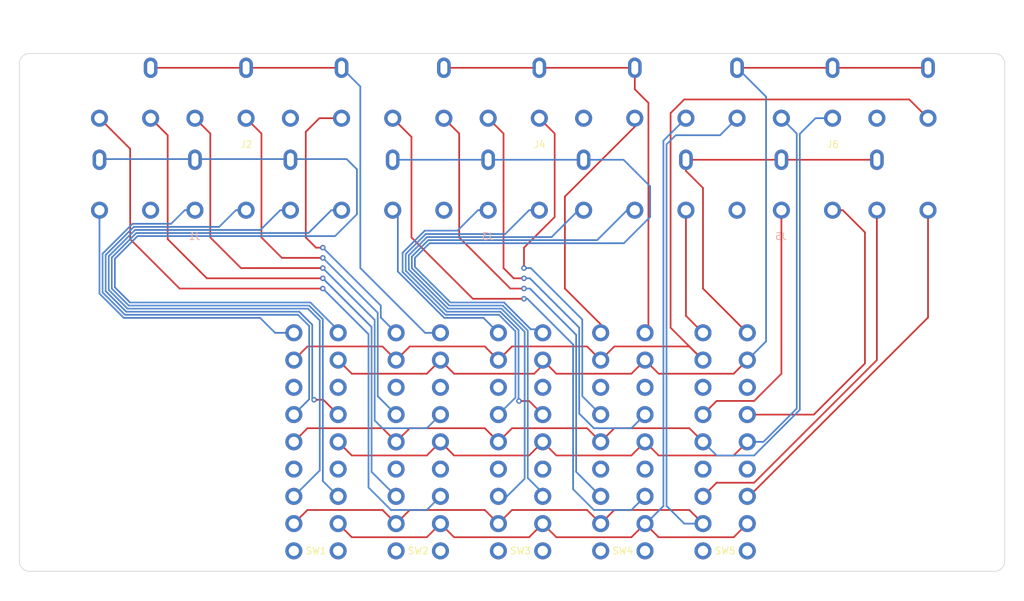
<source format=kicad_pcb>
(kicad_pcb (version 20211014) (generator pcbnew)
  (layers (0 "F.Cu" signal) (31 "B.Cu" signal) (34 "B.Paste" user) (35 "F.Paste" user) (36 "B.SilkS" user "B.Silkscreen") (37 "F.SilkS" user "F.Silkscreen") (38 "B.Mask" user) (39 "F.Mask" user) (44 "Edge.Cuts" user))
  (net 0 "")
  (net 1 "/Y_1")
  (net 2 "/Pb_1")
  (net 3 "/Pr_1")
  (net 4 "/L_1")
  (net 5 "/R_1")
  (net 7 "/GND_1")
  (net 8 "/Y_2")
  (net 9 "/Pb_2")
  (net 10 "/Pr_2")
  (net 11 "/L_2")
  (net 12 "/R_2")
  (net 14 "/GND_2")
  (net 15 "/Y_3")
  (net 16 "/Pb_3")
  (net 17 "/Pr_3")
  (net 18 "/L_3")
  (net 19 "/R_3")
  (net 21 "/GND_3")
  (net 22 "/Y_4")
  (net 23 "/Pb_4")
  (net 24 "/Pr_4")
  (net 25 "/L_4")
  (net 26 "/R_4")
  (net 28 "/GND_4")
  (net 29 "/Y_5")
  (net 30 "/Pb_5")
  (net 31 "/Pr_5")
  (net 32 "/L_5")
  (net 33 "/R_5")
  (net 35 "/GND_5")
  (net 36 "/Y_out")
  (net 37 "/Pb_out")
  (net 38 "/Pr_out")
  (net 39 "/L_out")
  (net 40 "/R_out")
  (net 42 "/GND_out")
  (footprint "User:SW_SPDT_3x2_REB" (layer "F.Cu") (at 93.75 138)
    (fp_text reference "SW3" (at 3.25 0 unlocked) (layer "F.SilkS"))
    (fp_text value "SW_SPDT_3x2_REB")
    (pad "1" thru_hole circle (at 0 0) (size 2.5 2.5) (drill 1.5) (layers *.Cu *.Mask))
    (pad "2" thru_hole circle (at 0 -4) (size 2.5 2.5) (drill 1.5) (layers *.Cu *.Mask) (net 36 "/Y_out"))
    (pad "3" thru_hole circle (at 0 -8) (size 2.5 2.5) (drill 1.5) (layers *.Cu *.Mask) (net 15 "/Y_3"))
    (pad "4" thru_hole circle (at 0 -12) (size 2.5 2.5) (drill 1.5) (layers *.Cu *.Mask))
    (pad "5" thru_hole circle (at 0 -16) (size 2.5 2.5) (drill 1.5) (layers *.Cu *.Mask) (net 37 "/Pb_out"))
    (pad "6" thru_hole circle (at 0 -20) (size 2.5 2.5) (drill 1.5) (layers *.Cu *.Mask) (net 16 "/Pb_3"))
    (pad "7" thru_hole circle (at 0 -24) (size 2.5 2.5) (drill 1.5) (layers *.Cu *.Mask))
    (pad "8" thru_hole circle (at 0 -28) (size 2.5 2.5) (drill 1.5) (layers *.Cu *.Mask) (net 38 "/Pr_out"))
    (pad "9" thru_hole circle (at 0 -32) (size 2.5 2.5) (drill 1.5) (layers *.Cu *.Mask) (net 17 "/Pr_3"))
    (pad "10" thru_hole circle (at 6.5 0) (size 2.5 2.5) (drill 1.5) (layers *.Cu *.Mask))
    (pad "11" thru_hole circle (at 6.5 -4) (size 2.5 2.5) (drill 1.5) (layers *.Cu *.Mask) (net 39 "/L_out"))
    (pad "12" thru_hole circle (at 6.5 -8) (size 2.5 2.5) (drill 1.5) (layers *.Cu *.Mask) (net 18 "/L_3"))
    (pad "13" thru_hole circle (at 6.5 -12) (size 2.5 2.5) (drill 1.5) (layers *.Cu *.Mask))
    (pad "14" thru_hole circle (at 6.5 -16) (size 2.5 2.5) (drill 1.5) (layers *.Cu *.Mask) (net 40 "/R_out"))
    (pad "15" thru_hole circle (at 6.5 -20) (size 2.5 2.5) (drill 1.5) (layers *.Cu *.Mask) (net 19 "/R_3"))
    (pad "16" thru_hole circle (at 6.5 -24) (size 2.5 2.5) (drill 1.5) (layers *.Cu *.Mask))
    (pad "17" thru_hole circle (at 6.5 -28) (size 2.5 2.5) (drill 1.5) (layers *.Cu *.Mask) (net 42 "/GND_out"))
    (pad "18" thru_hole circle (at 6.5 -32) (size 2.5 2.5) (drill 1.5) (layers *.Cu *.Mask) (net 21 "/GND_3"))
  )
  (footprint "User:SW_SPDT_3x2_REB" (layer "F.Cu") (at 78.75 138)
    (fp_text reference "SW2" (at 3.25 0 unlocked) (layer "F.SilkS"))
    (fp_text value "SW_SPDT_3x2_REB")
    (pad "1" thru_hole circle (at 0 0) (size 2.5 2.5) (drill 1.5) (layers *.Cu *.Mask))
    (pad "2" thru_hole circle (at 0 -4) (size 2.5 2.5) (drill 1.5) (layers *.Cu *.Mask) (net 36 "/Y_out"))
    (pad "3" thru_hole circle (at 0 -8) (size 2.5 2.5) (drill 1.5) (layers *.Cu *.Mask) (net 8 "/Y_2"))
    (pad "4" thru_hole circle (at 0 -12) (size 2.5 2.5) (drill 1.5) (layers *.Cu *.Mask))
    (pad "5" thru_hole circle (at 0 -16) (size 2.5 2.5) (drill 1.5) (layers *.Cu *.Mask) (net 37 "/Pb_out"))
    (pad "6" thru_hole circle (at 0 -20) (size 2.5 2.5) (drill 1.5) (layers *.Cu *.Mask) (net 9 "/Pb_2"))
    (pad "7" thru_hole circle (at 0 -24) (size 2.5 2.5) (drill 1.5) (layers *.Cu *.Mask))
    (pad "8" thru_hole circle (at 0 -28) (size 2.5 2.5) (drill 1.5) (layers *.Cu *.Mask) (net 38 "/Pr_out"))
    (pad "9" thru_hole circle (at 0 -32) (size 2.5 2.5) (drill 1.5) (layers *.Cu *.Mask) (net 10 "/Pr_2"))
    (pad "10" thru_hole circle (at 6.5 0) (size 2.5 2.5) (drill 1.5) (layers *.Cu *.Mask))
    (pad "11" thru_hole circle (at 6.5 -4) (size 2.5 2.5) (drill 1.5) (layers *.Cu *.Mask) (net 39 "/L_out"))
    (pad "12" thru_hole circle (at 6.5 -8) (size 2.5 2.5) (drill 1.5) (layers *.Cu *.Mask) (net 11 "/L_2"))
    (pad "13" thru_hole circle (at 6.5 -12) (size 2.5 2.5) (drill 1.5) (layers *.Cu *.Mask))
    (pad "14" thru_hole circle (at 6.5 -16) (size 2.5 2.5) (drill 1.5) (layers *.Cu *.Mask) (net 40 "/R_out"))
    (pad "15" thru_hole circle (at 6.5 -20) (size 2.5 2.5) (drill 1.5) (layers *.Cu *.Mask) (net 12 "/R_2"))
    (pad "16" thru_hole circle (at 6.5 -24) (size 2.5 2.5) (drill 1.5) (layers *.Cu *.Mask))
    (pad "17" thru_hole circle (at 6.5 -28) (size 2.5 2.5) (drill 1.5) (layers *.Cu *.Mask) (net 42 "/GND_out"))
    (pad "18" thru_hole circle (at 6.5 -32) (size 2.5 2.5) (drill 1.5) (layers *.Cu *.Mask) (net 14 "/GND_2"))
  )
  (footprint "User:Connector_RCA_2x3_REB" (layer "F.Cu") (at 99.75 74.5)
    (fp_text reference "J4" (at 0.05 3.85 unlocked) (layer "F.SilkS"))
    (fp_text value "Connector_RCA_2x3_REB")
    (pad "1" thru_hole circle (at -14 0) (size 2.5 2.5) (drill 1.5) (layers *.Cu *.Mask) (net 22 "/Y_4"))
    (pad "2" thru_hole circle (at 0 0) (size 2.5 2.5) (drill 1.5) (layers *.Cu *.Mask) (net 23 "/Pb_4"))
    (pad "3" thru_hole circle (at 14 0) (size 2.5 2.5) (drill 1.5) (layers *.Cu *.Mask) (net 24 "/Pr_4"))
    (pad "4" thru_hole circle (at -21.5 0) (size 2.5 2.5) (drill 1.5) (layers *.Cu *.Mask) (net 25 "/L_4"))
    (pad "5" thru_hole circle (at -7.5 0) (size 2.5 2.5) (drill 1.5) (layers *.Cu *.Mask) (net 26 "/R_4"))
    (pad "6" thru_hole circle (at 6.5 0) (size 2.5 2.5) (drill 1.5) (layers *.Cu *.Mask))
    (pad "7" thru_hole oval (at 14 -7.4) (size 2 3) (drill oval 1 2) (layers *.Cu *.Mask) (net 28 "/GND_4"))
    (pad "8" thru_hole oval (at 0 -7.4) (size 2 3) (drill oval 1 2) (layers *.Cu *.Mask) (net 28 "/GND_4"))
    (pad "9" thru_hole oval (at -14 -7.4) (size 2 3) (drill oval 1 2) (layers *.Cu *.Mask) (net 28 "/GND_4"))
  )
  (footprint "MountingHole:MountingHole_3mm" (layer "F.Cu") (at 28 70)
    (fp_text reference "REF**" hide)
    (fp_text value "MountingHole_3mm")
    (pad "" np_thru_hole circle (at 0 0) (size 3 3) (drill 3) (layers *.Cu *.Mask))
  )
  (footprint "User:SW_SPDT_3x2_REB" (layer "F.Cu") (at 108.75 138)
    (fp_text reference "SW4" (at 3.25 0 unlocked) (layer "F.SilkS"))
    (fp_text value "SW_SPDT_3x2_REB")
    (pad "1" thru_hole circle (at 0 0) (size 2.5 2.5) (drill 1.5) (layers *.Cu *.Mask))
    (pad "2" thru_hole circle (at 0 -4) (size 2.5 2.5) (drill 1.5) (layers *.Cu *.Mask) (net 36 "/Y_out"))
    (pad "3" thru_hole circle (at 0 -8) (size 2.5 2.5) (drill 1.5) (layers *.Cu *.Mask) (net 22 "/Y_4"))
    (pad "4" thru_hole circle (at 0 -12) (size 2.5 2.5) (drill 1.5) (layers *.Cu *.Mask))
    (pad "5" thru_hole circle (at 0 -16) (size 2.5 2.5) (drill 1.5) (layers *.Cu *.Mask) (net 37 "/Pb_out"))
    (pad "6" thru_hole circle (at 0 -20) (size 2.5 2.5) (drill 1.5) (layers *.Cu *.Mask) (net 23 "/Pb_4"))
    (pad "7" thru_hole circle (at 0 -24) (size 2.5 2.5) (drill 1.5) (layers *.Cu *.Mask))
    (pad "8" thru_hole circle (at 0 -28) (size 2.5 2.5) (drill 1.5) (layers *.Cu *.Mask) (net 38 "/Pr_out"))
    (pad "9" thru_hole circle (at 0 -32) (size 2.5 2.5) (drill 1.5) (layers *.Cu *.Mask) (net 24 "/Pr_4"))
    (pad "10" thru_hole circle (at 6.5 0) (size 2.5 2.5) (drill 1.5) (layers *.Cu *.Mask))
    (pad "11" thru_hole circle (at 6.5 -4) (size 2.5 2.5) (drill 1.5) (layers *.Cu *.Mask) (net 39 "/L_out"))
    (pad "12" thru_hole circle (at 6.5 -8) (size 2.5 2.5) (drill 1.5) (layers *.Cu *.Mask) (net 25 "/L_4"))
    (pad "13" thru_hole circle (at 6.5 -12) (size 2.5 2.5) (drill 1.5) (layers *.Cu *.Mask))
    (pad "14" thru_hole circle (at 6.5 -16) (size 2.5 2.5) (drill 1.5) (layers *.Cu *.Mask) (net 40 "/R_out"))
    (pad "15" thru_hole circle (at 6.5 -20) (size 2.5 2.5) (drill 1.5) (layers *.Cu *.Mask) (net 26 "/R_4"))
    (pad "16" thru_hole circle (at 6.5 -24) (size 2.5 2.5) (drill 1.5) (layers *.Cu *.Mask))
    (pad "17" thru_hole circle (at 6.5 -28) (size 2.5 2.5) (drill 1.5) (layers *.Cu *.Mask) (net 42 "/GND_out"))
    (pad "18" thru_hole circle (at 6.5 -32) (size 2.5 2.5) (drill 1.5) (layers *.Cu *.Mask) (net 28 "/GND_4"))
  )
  (footprint "User:SW_SPDT_3x2_REB" (layer "F.Cu") (at 123.75 138)
    (fp_text reference "SW5" (at 3.25 0 unlocked) (layer "F.SilkS"))
    (fp_text value "SW_SPDT_3x2_REB")
    (pad "1" thru_hole circle (at 0 0) (size 2.5 2.5) (drill 1.5) (layers *.Cu *.Mask))
    (pad "2" thru_hole circle (at 0 -4) (size 2.5 2.5) (drill 1.5) (layers *.Cu *.Mask) (net 36 "/Y_out"))
    (pad "3" thru_hole circle (at 0 -8) (size 2.5 2.5) (drill 1.5) (layers *.Cu *.Mask) (net 29 "/Y_5"))
    (pad "4" thru_hole circle (at 0 -12) (size 2.5 2.5) (drill 1.5) (layers *.Cu *.Mask))
    (pad "5" thru_hole circle (at 0 -16) (size 2.5 2.5) (drill 1.5) (layers *.Cu *.Mask) (net 37 "/Pb_out"))
    (pad "6" thru_hole circle (at 0 -20) (size 2.5 2.5) (drill 1.5) (layers *.Cu *.Mask) (net 30 "/Pb_5"))
    (pad "7" thru_hole circle (at 0 -24) (size 2.5 2.5) (drill 1.5) (layers *.Cu *.Mask))
    (pad "8" thru_hole circle (at 0 -28) (size 2.5 2.5) (drill 1.5) (layers *.Cu *.Mask) (net 38 "/Pr_out"))
    (pad "9" thru_hole circle (at 0 -32) (size 2.5 2.5) (drill 1.5) (layers *.Cu *.Mask) (net 31 "/Pr_5"))
    (pad "10" thru_hole circle (at 6.5 0) (size 2.5 2.5) (drill 1.5) (layers *.Cu *.Mask))
    (pad "11" thru_hole circle (at 6.5 -4) (size 2.5 2.5) (drill 1.5) (layers *.Cu *.Mask) (net 39 "/L_out"))
    (pad "12" thru_hole circle (at 6.5 -8) (size 2.5 2.5) (drill 1.5) (layers *.Cu *.Mask) (net 32 "/L_5"))
    (pad "13" thru_hole circle (at 6.5 -12) (size 2.5 2.5) (drill 1.5) (layers *.Cu *.Mask))
    (pad "14" thru_hole circle (at 6.5 -16) (size 2.5 2.5) (drill 1.5) (layers *.Cu *.Mask) (net 40 "/R_out"))
    (pad "15" thru_hole circle (at 6.5 -20) (size 2.5 2.5) (drill 1.5) (layers *.Cu *.Mask) (net 33 "/R_5"))
    (pad "16" thru_hole circle (at 6.5 -24) (size 2.5 2.5) (drill 1.5) (layers *.Cu *.Mask))
    (pad "17" thru_hole circle (at 6.5 -28) (size 2.5 2.5) (drill 1.5) (layers *.Cu *.Mask) (net 42 "/GND_out"))
    (pad "18" thru_hole circle (at 6.5 -32) (size 2.5 2.5) (drill 1.5) (layers *.Cu *.Mask) (net 35 "/GND_5"))
  )
  (footprint "MountingHole:MountingHole_3mm" (layer "F.Cu") (at 142 110)
    (fp_text reference "REF**" hide)
    (fp_text value "MountingHole_3mm")
    (pad "" np_thru_hole circle (at 0 0) (size 3 3) (drill 3) (layers *.Cu *.Mask))
  )
  (footprint "User:Connector_RCA_2x3_REB" (layer "F.Cu") (at 142.75 74.5)
    (fp_text reference "J6" (at 0.05 3.85 unlocked) (layer "F.SilkS"))
    (fp_text value "Connector_RCA_2x3_REB")
    (pad "1" thru_hole circle (at -14 0) (size 2.5 2.5) (drill 1.5) (layers *.Cu *.Mask) (net 36 "/Y_out"))
    (pad "2" thru_hole circle (at 0 0) (size 2.5 2.5) (drill 1.5) (layers *.Cu *.Mask) (net 37 "/Pb_out"))
    (pad "3" thru_hole circle (at 14 0) (size 2.5 2.5) (drill 1.5) (layers *.Cu *.Mask) (net 38 "/Pr_out"))
    (pad "4" thru_hole circle (at -21.5 0) (size 2.5 2.5) (drill 1.5) (layers *.Cu *.Mask) (net 39 "/L_out"))
    (pad "5" thru_hole circle (at -7.5 0) (size 2.5 2.5) (drill 1.5) (layers *.Cu *.Mask) (net 40 "/R_out"))
    (pad "6" thru_hole circle (at 6.5 0) (size 2.5 2.5) (drill 1.5) (layers *.Cu *.Mask))
    (pad "7" thru_hole oval (at 14 -7.4) (size 2 3) (drill oval 1 2) (layers *.Cu *.Mask) (net 42 "/GND_out"))
    (pad "8" thru_hole oval (at 0 -7.4) (size 2 3) (drill oval 1 2) (layers *.Cu *.Mask) (net 42 "/GND_out"))
    (pad "9" thru_hole oval (at -14 -7.4) (size 2 3) (drill oval 1 2) (layers *.Cu *.Mask) (net 42 "/GND_out"))
  )
  (footprint "MountingHole:MountingHole_3mm" (layer "F.Cu") (at 49.5 110)
    (fp_text reference "REF**" hide)
    (fp_text value "MountingHole_3mm")
    (pad "" np_thru_hole circle (at 0 0) (size 3 3) (drill 3) (layers *.Cu *.Mask))
  )
  (footprint "User:SW_SPDT_3x2_REB" (layer "F.Cu") (at 63.75 138)
    (fp_text reference "SW1" (at 3.25 0 unlocked) (layer "F.SilkS"))
    (fp_text value "SW_SPDT_3x2_REB")
    (pad "1" thru_hole circle locked (at 0 0) (size 2.5 2.5) (drill 1.5) (layers *.Cu *.Mask))
    (pad "2" thru_hole circle locked (at 0 -4) (size 2.5 2.5) (drill 1.5) (layers *.Cu *.Mask) (net 36 "/Y_out"))
    (pad "3" thru_hole circle locked (at 0 -8) (size 2.5 2.5) (drill 1.5) (layers *.Cu *.Mask) (net 1 "/Y_1"))
    (pad "4" thru_hole circle locked (at 0 -12) (size 2.5 2.5) (drill 1.5) (layers *.Cu *.Mask))
    (pad "5" thru_hole circle locked (at 0 -16) (size 2.5 2.5) (drill 1.5) (layers *.Cu *.Mask) (net 37 "/Pb_out"))
    (pad "6" thru_hole circle locked (at 0 -20) (size 2.5 2.5) (drill 1.5) (layers *.Cu *.Mask) (net 2 "/Pb_1"))
    (pad "7" thru_hole circle locked (at 0 -24) (size 2.5 2.5) (drill 1.5) (layers *.Cu *.Mask))
    (pad "8" thru_hole circle locked (at 0 -28) (size 2.5 2.5) (drill 1.5) (layers *.Cu *.Mask) (net 38 "/Pr_out"))
    (pad "9" thru_hole circle locked (at 0 -32) (size 2.5 2.5) (drill 1.5) (layers *.Cu *.Mask) (net 3 "/Pr_1"))
    (pad "10" thru_hole circle locked (at 6.5 0) (size 2.5 2.5) (drill 1.5) (layers *.Cu *.Mask))
    (pad "11" thru_hole circle locked (at 6.5 -4) (size 2.5 2.5) (drill 1.5) (layers *.Cu *.Mask) (net 39 "/L_out"))
    (pad "12" thru_hole circle locked (at 6.5 -8) (size 2.5 2.5) (drill 1.5) (layers *.Cu *.Mask) (net 4 "/L_1"))
    (pad "13" thru_hole circle locked (at 6.5 -12) (size 2.5 2.5) (drill 1.5) (layers *.Cu *.Mask))
    (pad "14" thru_hole circle locked (at 6.5 -16) (size 2.5 2.5) (drill 1.5) (layers *.Cu *.Mask) (net 40 "/R_out"))
    (pad "15" thru_hole circle locked (at 6.5 -20) (size 2.5 2.5) (drill 1.5) (layers *.Cu *.Mask) (net 5 "/R_1"))
    (pad "16" thru_hole circle locked (at 6.5 -24) (size 2.5 2.5) (drill 1.5) (layers *.Cu *.Mask))
    (pad "17" thru_hole circle locked (at 6.5 -28) (size 2.5 2.5) (drill 1.5) (layers *.Cu *.Mask) (net 42 "/GND_out"))
    (pad "18" thru_hole circle locked (at 6.5 -32) (size 2.5 2.5) (drill 1.5) (layers *.Cu *.Mask) (net 7 "/GND_1"))
  )
  (footprint "User:Connector_RCA_2x3_REB" (layer "F.Cu") (at 56.75 74.5)
    (fp_text reference "J2" (at 0.05 3.85 unlocked) (layer "F.SilkS"))
    (fp_text value "Connector_RCA_2x3_REB")
    (pad "1" thru_hole circle (at -14 0) (size 2.5 2.5) (drill 1.5) (layers *.Cu *.Mask) (net 8 "/Y_2"))
    (pad "2" thru_hole circle (at 0 0) (size 2.5 2.5) (drill 1.5) (layers *.Cu *.Mask) (net 9 "/Pb_2"))
    (pad "3" thru_hole circle (at 14 0) (size 2.5 2.5) (drill 1.5) (layers *.Cu *.Mask) (net 10 "/Pr_2"))
    (pad "4" thru_hole circle (at -21.5 0) (size 2.5 2.5) (drill 1.5) (layers *.Cu *.Mask) (net 11 "/L_2"))
    (pad "5" thru_hole circle (at -7.5 0) (size 2.5 2.5) (drill 1.5) (layers *.Cu *.Mask) (net 12 "/R_2"))
    (pad "6" thru_hole circle (at 6.5 0) (size 2.5 2.5) (drill 1.5) (layers *.Cu *.Mask))
    (pad "7" thru_hole oval (at 14 -7.4) (size 2 3) (drill oval 1 2) (layers *.Cu *.Mask) (net 14 "/GND_2"))
    (pad "8" thru_hole oval (at 0 -7.4) (size 2 3) (drill oval 1 2) (layers *.Cu *.Mask) (net 14 "/GND_2"))
    (pad "9" thru_hole oval (at -14 -7.4) (size 2 3) (drill oval 1 2) (layers *.Cu *.Mask) (net 14 "/GND_2"))
  )
  (footprint "MountingHole:MountingHole_3mm" (layer "F.Cu") (at 28 136)
    (fp_text reference "REF**" hide)
    (fp_text value "MountingHole_3mm")
    (pad "" np_thru_hole circle (at 0 0) (size 3 3) (drill 3) (layers *.Cu *.Mask))
  )
  (footprint "MountingHole:MountingHole_3mm" (layer "F.Cu") (at 163.5 136)
    (fp_text reference "REF**" hide)
    (fp_text value "MountingHole_3mm")
    (pad "" np_thru_hole circle (at 0 0) (size 3 3) (drill 3) (layers *.Cu *.Mask))
  )
  (footprint "MountingHole:MountingHole_3mm" (layer "F.Cu") (at 163.5 70)
    (fp_text reference "REF**" hide)
    (fp_text value "MountingHole_3mm")
    (pad "" np_thru_hole circle (at 0 0) (size 3 3) (drill 3) (layers *.Cu *.Mask))
  )
  (footprint "User:Connector_RCA_2x3_REB" (layer "B.Cu") (at 92.25 88 180)
    (fp_text reference "J3" (at 0.05 -3.85 unlocked) (layer "B.SilkS") (effects (justify mirror)))
    (fp_text value "Connector_RCA_2x3_REB")
    (pad "1" thru_hole circle (at -14 0 180) (size 2.5 2.5) (drill 1.5) (layers *.Cu *.Mask) (net 15 "/Y_3"))
    (pad "2" thru_hole circle (at 0 0 180) (size 2.5 2.5) (drill 1.5) (layers *.Cu *.Mask) (net 16 "/Pb_3"))
    (pad "3" thru_hole circle (at 14 0 180) (size 2.5 2.5) (drill 1.5) (layers *.Cu *.Mask) (net 17 "/Pr_3"))
    (pad "4" thru_hole circle (at -21.5 0 180) (size 2.5 2.5) (drill 1.5) (layers *.Cu *.Mask) (net 18 "/L_3"))
    (pad "5" thru_hole circle (at -7.5 0 180) (size 2.5 2.5) (drill 1.5) (layers *.Cu *.Mask) (net 19 "/R_3"))
    (pad "6" thru_hole circle (at 6.5 0 180) (size 2.5 2.5) (drill 1.5) (layers *.Cu *.Mask))
    (pad "7" thru_hole oval (at 14 7.4 180) (size 2 3) (drill oval 1 2) (layers *.Cu *.Mask) (net 21 "/GND_3"))
    (pad "8" thru_hole oval (at 0 7.4 180) (size 2 3) (drill oval 1 2) (layers *.Cu *.Mask) (net 21 "/GND_3"))
    (pad "9" thru_hole oval (at -14 7.4 180) (size 2 3) (drill oval 1 2) (layers *.Cu *.Mask) (net 21 "/GND_3"))
  )
  (footprint "User:Connector_RCA_2x3_REB" (layer "B.Cu") (at 135.25 88 180)
    (fp_text reference "J5" (at 0.05 -3.85 unlocked) (layer "B.SilkS") (effects (justify mirror)))
    (fp_text value "Connector_RCA_2x3_REB")
    (pad "1" thru_hole circle (at -14 0 180) (size 2.5 2.5) (drill 1.5) (layers *.Cu *.Mask) (net 29 "/Y_5"))
    (pad "2" thru_hole circle (at 0 0 180) (size 2.5 2.5) (drill 1.5) (layers *.Cu *.Mask) (net 30 "/Pb_5"))
    (pad "3" thru_hole circle (at 14 0 180) (size 2.5 2.5) (drill 1.5) (layers *.Cu *.Mask) (net 31 "/Pr_5"))
    (pad "4" thru_hole circle (at -21.5 0 180) (size 2.5 2.5) (drill 1.5) (layers *.Cu *.Mask) (net 32 "/L_5"))
    (pad "5" thru_hole circle (at -7.5 0 180) (size 2.5 2.5) (drill 1.5) (layers *.Cu *.Mask) (net 33 "/R_5"))
    (pad "6" thru_hole circle (at 6.5 0 180) (size 2.5 2.5) (drill 1.5) (layers *.Cu *.Mask))
    (pad "7" thru_hole oval (at 14 7.4 180) (size 2 3) (drill oval 1 2) (layers *.Cu *.Mask) (net 35 "/GND_5"))
    (pad "8" thru_hole oval (at 0 7.4 180) (size 2 3) (drill oval 1 2) (layers *.Cu *.Mask) (net 35 "/GND_5"))
    (pad "9" thru_hole oval (at -14 7.4 180) (size 2 3) (drill oval 1 2) (layers *.Cu *.Mask) (net 35 "/GND_5"))
  )
  (footprint "User:Connector_RCA_2x3_REB" (layer "B.Cu") (at 49.25 88 180)
    (fp_text reference "J1" (at 0.05 -3.85 unlocked) (layer "B.SilkS") (effects (justify mirror)))
    (fp_text value "Connector_RCA_2x3_REB")
    (pad "1" thru_hole circle (at -14 0 180) (size 2.5 2.5) (drill 1.5) (layers *.Cu *.Mask) (net 1 "/Y_1"))
    (pad "2" thru_hole circle (at 0 0 180) (size 2.5 2.5) (drill 1.5) (layers *.Cu *.Mask) (net 2 "/Pb_1"))
    (pad "3" thru_hole circle (at 14 0 180) (size 2.5 2.5) (drill 1.5) (layers *.Cu *.Mask) (net 3 "/Pr_1"))
    (pad "4" thru_hole circle (at -21.5 0 180) (size 2.5 2.5) (drill 1.5) (layers *.Cu *.Mask) (net 4 "/L_1"))
    (pad "5" thru_hole circle (at -7.5 0 180) (size 2.5 2.5) (drill 1.5) (layers *.Cu *.Mask) (net 5 "/R_1"))
    (pad "6" thru_hole circle (at 6.5 0 180) (size 2.5 2.5) (drill 1.5) (layers *.Cu *.Mask))
    (pad "7" thru_hole oval (at 14 7.4 180) (size 2 3) (drill oval 1 2) (layers *.Cu *.Mask) (net 7 "/GND_1"))
    (pad "8" thru_hole oval (at 0 7.4 180) (size 2 3) (drill oval 1 2) (layers *.Cu *.Mask) (net 7 "/GND_1"))
    (pad "9" thru_hole oval (at -14 7.4 180) (size 2 3) (drill oval 1 2) (layers *.Cu *.Mask) (net 7 "/GND_1"))
  )
  (gr_arc (start 23.5 66.5) (mid 23.93934 65.43934) (end 25 65) (layer "Edge.Cuts") (width 0.1))
  (gr_line (start 25 141) (end 166.5 141) (layer "Edge.Cuts") (width 0.1))
  (gr_line (start 166.5 65) (end 25 65) (layer "Edge.Cuts") (width 0.1))
  (gr_arc (start 168 139.5) (mid 167.56066 140.56066) (end 166.5 141) (layer "Edge.Cuts") (width 0.1))
  (gr_line (start 23.5 66.5) (end 23.5 139.5) (layer "Edge.Cuts") (width 0.1))
  (gr_arc (start 25 141) (mid 23.93934 140.56066) (end 23.5 139.5) (layer "Edge.Cuts") (width 0.1))
  (gr_line (start 168 139.5) (end 168 66.5) (layer "Edge.Cuts") (width 0.1))
  (gr_arc (start 166.5 65) (mid 167.56066 65.43934) (end 168 66.5) (layer "Edge.Cuts") (width 0.1))
  (segment (start 67.55 126.2) (end 63.75 130) (width 0.25) (layer "B.Cu") (net 1))
  (segment (start 58.85 90.9) (end 40.463604 90.9) (width 0.25) (layer "B.Cu") (net 1))
  (segment (start 36.6 99.690812) (end 39.359188 102.45) (width 0.25) (layer "B.Cu") (net 1))
  (segment (start 36.6 94.763604) (end 36.6 99.690812) (width 0.25) (layer "B.Cu") (net 1))
  (segment (start 67.55 104.186396) (end 67.55 126.2) (width 0.25) (layer "B.Cu") (net 1))
  (segment (start 40.463604 90.9) (end 36.6 94.763604) (width 0.25) (layer "B.Cu") (net 1))
  (segment (start 65.813604 102.45) (end 67.55 104.186396) (width 0.25) (layer "B.Cu") (net 1))
  (segment (start 63.25 88) (end 61.75 88) (width 0.25) (layer "B.Cu") (net 1))
  (segment (start 39.359188 102.45) (end 65.813604 102.45) (width 0.25) (layer "B.Cu") (net 1))
  (segment (start 61.75 88) (end 58.85 90.9) (width 0.25) (layer "B.Cu") (net 1))
  (segment (start 40.090812 90) (end 35.7 94.390812) (width 0.25) (layer "B.Cu") (net 2))
  (segment (start 35.7 94.390812) (end 35.7 100.063604) (width 0.25) (layer "B.Cu") (net 2))
  (segment (start 49.25 88) (end 47.75 88) (width 0.25) (layer "B.Cu") (net 2))
  (segment (start 64.35 103.35) (end 66 105) (width 0.25) (layer "B.Cu") (net 2))
  (segment (start 45.75 90) (end 40.090812 90) (width 0.25) (layer "B.Cu") (net 2))
  (segment (start 38.986396 103.35) (end 64.35 103.35) (width 0.25) (layer "B.Cu") (net 2))
  (segment (start 35.7 100.063604) (end 38.986396 103.35) (width 0.25) (layer "B.Cu") (net 2))
  (segment (start 66 115.75) (end 63.75 118) (width 0.25) (layer "B.Cu") (net 2))
  (segment (start 66 105) (end 66 115.75) (width 0.25) (layer "B.Cu") (net 2))
  (segment (start 47.75 88) (end 45.75 90) (width 0.25) (layer "B.Cu") (net 2))
  (segment (start 35.25 100.25) (end 38.8 103.8) (width 0.25) (layer "B.Cu") (net 3))
  (segment (start 61 106) (end 63.75 106) (width 0.25) (layer "B.Cu") (net 3))
  (segment (start 35.25 88) (end 35.25 100.25) (width 0.25) (layer "B.Cu") (net 3))
  (segment (start 38.8 103.8) (end 58.8 103.8) (width 0.25) (layer "B.Cu") (net 3))
  (segment (start 58.8 103.8) (end 61 106) (width 0.25) (layer "B.Cu") (net 3))
  (segment (start 40.65 91.35) (end 37.05 94.95) (width 0.25) (layer "B.Cu") (net 4))
  (segment (start 65.9 91.35) (end 40.65 91.35) (width 0.25) (layer "B.Cu") (net 4))
  (segment (start 68 104) (end 68 127.75) (width 0.25) (layer "B.Cu") (net 4))
  (segment (start 66 102) (end 68 104) (width 0.25) (layer "B.Cu") (net 4))
  (segment (start 68 127.75) (end 70.25 130) (width 0.25) (layer "B.Cu") (net 4))
  (segment (start 37.05 99.504416) (end 39.545584 102) (width 0.25) (layer "B.Cu") (net 4))
  (segment (start 37.05 94.95) (end 37.05 99.504416) (width 0.25) (layer "B.Cu") (net 4))
  (segment (start 69.25 88) (end 65.9 91.35) (width 0.25) (layer "B.Cu") (net 4))
  (segment (start 70.75 88) (end 69.25 88) (width 0.25) (layer "B.Cu") (net 4))
  (segment (start 39.545584 102) (end 66 102) (width 0.25) (layer "B.Cu") (net 4))
  (segment (start 68.074401 115.824401) (end 70.25 118) (width 0.25) (layer "F.Cu") (net 5))
  (segment (start 66.72067 115.824401) (end 68.074401 115.824401) (width 0.25) (layer "F.Cu") (net 5))
  (via (at 66.72067 115.824401) (size 0.8) (drill 0.4) (layers "F.Cu" "B.Cu") (net 5))
  (segment (start 40.277208 90.45) (end 52.8 90.45) (width 0.25) (layer "B.Cu") (net 5))
  (segment (start 39.172792 102.9) (end 36.15 99.877208) (width 0.25) (layer "B.Cu") (net 5))
  (segment (start 55.25 88) (end 56.75 88) (width 0.25) (layer "B.Cu") (net 5))
  (segment (start 64.536396 102.9) (end 39.172792 102.9) (width 0.25) (layer "B.Cu") (net 5))
  (segment (start 36.15 94.577208) (end 40.277208 90.45) (width 0.25) (layer "B.Cu") (net 5))
  (segment (start 36.15 99.877208) (end 36.15 94.577208) (width 0.25) (layer "B.Cu") (net 5))
  (segment (start 66.72067 115.824401) (end 66.45 115.553731) (width 0.25) (layer "B.Cu") (net 5))
  (segment (start 66.45 115.553731) (end 66.45 104.813604) (width 0.25) (layer "B.Cu") (net 5))
  (segment (start 52.8 90.45) (end 55.25 88) (width 0.25) (layer "B.Cu") (net 5))
  (segment (start 66.45 104.813604) (end 64.536396 102.9) (width 0.25) (layer "B.Cu") (net 5))
  (segment (start 37.5 95.136396) (end 37.5 99.31802) (width 0.25) (layer "B.Cu") (net 7))
  (segment (start 70.25 105.613604) (end 70.25 106) (width 0.25) (layer "B.Cu") (net 7))
  (segment (start 37.5 99.31802) (end 39.73198 101.55) (width 0.25) (layer "B.Cu") (net 7))
  (segment (start 73 82) (end 73 88.6) (width 0.25) (layer "B.Cu") (net 7))
  (segment (start 40.836396 91.8) (end 37.5 95.136396) (width 0.25) (layer "B.Cu") (net 7))
  (segment (start 66.186396 101.55) (end 70.25 105.613604) (width 0.25) (layer "B.Cu") (net 7))
  (segment (start 73 88.6) (end 69.8 91.8) (width 0.25) (layer "B.Cu") (net 7))
  (segment (start 39.73198 101.55) (end 66.186396 101.55) (width 0.25) (layer "B.Cu") (net 7))
  (segment (start 69.8 91.8) (end 40.836396 91.8) (width 0.25) (layer "B.Cu") (net 7))
  (segment (start 35.25 80.6) (end 35.35 80.5) (width 0.25) (layer "B.Cu") (net 7))
  (segment (start 71.5 80.5) (end 73 82) (width 0.25) (layer "B.Cu") (net 7))
  (segment (start 35.35 80.5) (end 71.5 80.5) (width 0.25) (layer "B.Cu") (net 7))
  (segment (start 45.25 92.25) (end 51 98) (width 0.25) (layer "F.Cu") (net 8))
  (segment (start 51 98) (end 68 98) (width 0.25) (layer "F.Cu") (net 8))
  (segment (start 45.25 77) (end 45.25 92.25) (width 0.25) (layer "F.Cu") (net 8))
  (segment (start 42.75 74.5) (end 45.25 77) (width 0.25) (layer "F.Cu") (net 8))
  (via (at 68 98) (size 0.8) (drill 0.4) (layers "F.Cu" "B.Cu") (net 8))
  (segment (start 75.15 105.15) (end 75.15 126.4) (width 0.25) (layer "B.Cu") (net 8))
  (segment (start 68 98) (end 75.15 105.15) (width 0.25) (layer "B.Cu") (net 8))
  (segment (start 75.15 126.4) (end 78.75 130) (width 0.25) (layer "B.Cu") (net 8))
  (segment (start 59 76.75) (end 59 92) (width 0.25) (layer "F.Cu") (net 9))
  (segment (start 56.75 74.5) (end 59 76.75) (width 0.25) (layer "F.Cu") (net 9))
  (segment (start 62 95) (end 68 95) (width 0.25) (layer "F.Cu") (net 9))
  (segment (start 59 92) (end 62 95) (width 0.25) (layer "F.Cu") (net 9))
  (via (at 68 95) (size 0.8) (drill 0.4) (layers "F.Cu" "B.Cu") (net 9))
  (segment (start 78.75 118) (end 76.05 115.3) (width 0.25) (layer "B.Cu") (net 9))
  (segment (start 76.05 115.3) (end 76.05 114.45) (width 0.25) (layer "B.Cu") (net 9))
  (segment (start 68 95) (end 76.05 103.05) (width 0.25) (layer "B.Cu") (net 9))
  (segment (start 76.05 103.05) (end 76.05 114.45) (width 0.25) (layer "B.Cu") (net 9))
  (segment (start 67.5 74.5) (end 65.5 76.5) (width 0.25) (layer "F.Cu") (net 10))
  (segment (start 70.75 74.5) (end 67.5 74.5) (width 0.25) (layer "F.Cu") (net 10))
  (segment (start 67 93.5) (end 68 93.5) (width 0.25) (layer "F.Cu") (net 10))
  (segment (start 65.5 76.5) (end 65.5 92) (width 0.25) (layer "F.Cu") (net 10))
  (segment (start 65.5 92) (end 67 93.5) (width 0.25) (layer "F.Cu") (net 10))
  (via (at 68 93.5) (size 0.8) (drill 0.4) (layers "F.Cu" "B.Cu") (net 10))
  (segment (start 76.5 103.75) (end 78.75 106) (width 0.25) (layer "B.Cu") (net 10))
  (segment (start 76.5 102) (end 76.5 103.75) (width 0.25) (layer "B.Cu") (net 10))
  (segment (start 68 93.5) (end 76.5 102) (width 0.25) (layer "B.Cu") (net 10))
  (segment (start 39.75 79) (end 39.75 92.25) (width 0.25) (layer "F.Cu") (net 11))
  (segment (start 39.75 92.25) (end 47 99.5) (width 0.25) (layer "F.Cu") (net 11))
  (segment (start 47 99.5) (end 68 99.5) (width 0.25) (layer "F.Cu") (net 11))
  (segment (start 35.25 74.5) (end 39.75 79) (width 0.25) (layer "F.Cu") (net 11))
  (via (at 68 99.5) (size 0.8) (drill 0.4) (layers "F.Cu" "B.Cu") (net 11))
  (segment (start 74.7 106.2) (end 74.7 128.7) (width 0.25) (layer "B.Cu") (net 11))
  (segment (start 78 132) (end 83.25 132) (width 0.25) (layer "B.Cu") (net 11))
  (segment (start 83.25 132) (end 85.25 130) (width 0.25) (layer "B.Cu") (net 11))
  (segment (start 74.7 128.7) (end 78 132) (width 0.25) (layer "B.Cu") (net 11))
  (segment (start 68 99.5) (end 74.7 106.2) (width 0.25) (layer "B.Cu") (net 11))
  (segment (start 51.5 76.75) (end 51.5 92) (width 0.25) (layer "F.Cu") (net 12))
  (segment (start 51.5 92) (end 56 96.5) (width 0.25) (layer "F.Cu") (net 12))
  (segment (start 49.25 74.5) (end 51.5 76.75) (width 0.25) (layer "F.Cu") (net 12))
  (segment (start 56 96.5) (end 68 96.5) (width 0.25) (layer "F.Cu") (net 12))
  (via (at 68 96.5) (size 0.8) (drill 0.4) (layers "F.Cu" "B.Cu") (net 12))
  (segment (start 75.6 118.85) (end 76.75 120) (width 0.25) (layer "B.Cu") (net 12))
  (segment (start 68 96.5) (end 75.6 104.1) (width 0.25) (layer "B.Cu") (net 12))
  (segment (start 75.6 104.1) (end 75.6 118.85) (width 0.25) (layer "B.Cu") (net 12))
  (segment (start 83.25 120) (end 85.25 118) (width 0.25) (layer "B.Cu") (net 12))
  (segment (start 76.75 120) (end 83.25 120) (width 0.25) (layer "B.Cu") (net 12))
  (segment (start 42.75 67.1) (end 70.75 67.1) (width 0.25) (layer "F.Cu") (net 14))
  (segment (start 70.75 67.1) (end 73.5 69.85) (width 0.25) (layer "B.Cu") (net 14))
  (segment (start 81 104) (end 83 106) (width 0.25) (layer "B.Cu") (net 14))
  (segment (start 83 106) (end 85.25 106) (width 0.25) (layer "B.Cu") (net 14))
  (segment (start 73.5 69.85) (end 73.5 96.5) (width 0.25) (layer "B.Cu") (net 14))
  (segment (start 73.5 96.5) (end 81 104) (width 0.25) (layer "B.Cu") (net 14))
  (segment (start 93.75 130) (end 95 130) (width 0.25) (layer "B.Cu") (net 15))
  (segment (start 97.6 105.85) (end 94.2 102.45) (width 0.25) (layer "B.Cu") (net 15))
  (segment (start 80.6 94.627208) (end 83.277208 91.95) (width 0.25) (layer "B.Cu") (net 15))
  (segment (start 94.2 102.45) (end 86.359188 102.45) (width 0.25) (layer "B.Cu") (net 15))
  (segment (start 83.277208 91.95) (end 101.55 91.95) (width 0.25) (layer "B.Cu") (net 15))
  (segment (start 101.55 91.95) (end 105.5 88) (width 0.25) (layer "B.Cu") (net 15))
  (segment (start 86.359188 102.45) (end 80.6 96.690812) (width 0.25) (layer "B.Cu") (net 15))
  (segment (start 95 130) (end 97.6 127.4) (width 0.25) (layer "B.Cu") (net 15))
  (segment (start 105.5 88) (end 106.25 88) (width 0.25) (layer "B.Cu") (net 15))
  (segment (start 80.6 96.690812) (end 80.6 94.627208) (width 0.25) (layer "B.Cu") (net 15))
  (segment (start 97.6 127.4) (end 97.6 105.85) (width 0.25) (layer "B.Cu") (net 15))
  (segment (start 79.7 97.063604) (end 85.986396 103.35) (width 0.25) (layer "B.Cu") (net 16))
  (segment (start 82.954416 91) (end 79.7 94.254416) (width 0.25) (layer "B.Cu") (net 16))
  (segment (start 93.827886 103.35) (end 96.25 105.772114) (width 0.25) (layer "B.Cu") (net 16))
  (segment (start 85.986396 103.35) (end 93.827886 103.35) (width 0.25) (layer "B.Cu") (net 16))
  (segment (start 92.25 88) (end 90.75 88) (width 0.25) (layer "B.Cu") (net 16))
  (segment (start 79.7 94.254416) (end 79.7 97.063604) (width 0.25) (layer "B.Cu") (net 16))
  (segment (start 96.25 105.772114) (end 96.25 115.5) (width 0.25) (layer "B.Cu") (net 16))
  (segment (start 96.25 115.5) (end 93.75 118) (width 0.25) (layer "B.Cu") (net 16))
  (segment (start 90.75 88) (end 87.75 91) (width 0.25) (layer "B.Cu") (net 16))
  (segment (start 87.75 91) (end 82.954416 91) (width 0.25) (layer "B.Cu") (net 16))
  (segment (start 78.25 88) (end 79 88.75) (width 0.25) (layer "B.Cu") (net 17))
  (segment (start 91.55 103.8) (end 93.75 106) (width 0.25) (layer "B.Cu") (net 17))
  (segment (start 79 88.75) (end 79 97) (width 0.25) (layer "B.Cu") (net 17))
  (segment (start 85.8 103.8) (end 91.55 103.8) (width 0.25) (layer "B.Cu") (net 17))
  (segment (start 79 97) (end 85.8 103.8) (width 0.25) (layer "B.Cu") (net 17))
  (segment (start 100.25 130) (end 100.25 129.5) (width 0.25) (layer "B.Cu") (net 18))
  (segment (start 100.25 129.5) (end 98.05 127.3) (width 0.25) (layer "B.Cu") (net 18))
  (segment (start 98.05 127.3) (end 98.05 105.663604) (width 0.25) (layer "B.Cu") (net 18))
  (segment (start 94.386396 102) (end 86.545584 102) (width 0.25) (layer "B.Cu") (net 18))
  (segment (start 86.545584 102) (end 81.05 96.504416) (width 0.25) (layer "B.Cu") (net 18))
  (segment (start 98.05 105.663604) (end 94.386396 102) (width 0.25) (layer "B.Cu") (net 18))
  (segment (start 81.05 94.813604) (end 83.463604 92.4) (width 0.25) (layer "B.Cu") (net 18))
  (segment (start 83.463604 92.4) (end 108.225 92.4) (width 0.25) (layer "B.Cu") (net 18))
  (segment (start 81.05 96.504416) (end 81.05 94.813604) (width 0.25) (layer "B.Cu") (net 18))
  (segment (start 112.625 88) (end 113.75 88) (width 0.25) (layer "B.Cu") (net 18))
  (segment (start 108.225 92.4) (end 112.625 88) (width 0.25) (layer "B.Cu") (net 18))
  (segment (start 96.762299 116.012299) (end 98.262299 116.012299) (width 0.25) (layer "F.Cu") (net 19))
  (segment (start 98.262299 116.012299) (end 100.25 118) (width 0.25) (layer "F.Cu") (net 19))
  (via (at 96.762299 116.012299) (size 0.8) (drill 0.4) (layers "F.Cu" "B.Cu") (net 19))
  (segment (start 94.013604 102.9) (end 86.172792 102.9) (width 0.25) (layer "B.Cu") (net 19))
  (segment (start 96.762299 116.012299) (end 96.69952 115.94952) (width 0.25) (layer "B.Cu") (net 19))
  (segment (start 96.69952 115.94952) (end 96.69952 105.585917) (width 0.25) (layer "B.Cu") (net 19))
  (segment (start 96.69952 105.585917) (end 94.013604 102.9) (width 0.25) (layer "B.Cu") (net 19))
  (segment (start 98.25 88) (end 99.75 88) (width 0.25) (layer "B.Cu") (net 19))
  (segment (start 94.75 91.5) (end 98.25 88) (width 0.25) (layer "B.Cu") (net 19))
  (segment (start 86.172792 102.9) (end 80.15 96.877208) (width 0.25) (layer "B.Cu") (net 19))
  (segment (start 83.090812 91.5) (end 94.75 91.5) (width 0.25) (layer "B.Cu") (net 19))
  (segment (start 80.15 94.440812) (end 83.090812 91.5) (width 0.25) (layer "B.Cu") (net 19))
  (segment (start 80.15 96.877208) (end 80.15 94.440812) (width 0.25) (layer "B.Cu") (net 19))
  (segment (start 81.5 96.31802) (end 86.73198 101.55) (width 0.25) (layer "B.Cu") (net 21))
  (segment (start 116 89) (end 112.15 92.85) (width 0.25) (layer "B.Cu") (net 21))
  (segment (start 112.15 92.85) (end 83.65 92.85) (width 0.25) (layer "B.Cu") (net 21))
  (segment (start 86.73198 101.55) (end 94.572792 101.55) (width 0.25) (layer "B.Cu") (net 21))
  (segment (start 98.5 105.477208) (end 99.727208 105.477208) (width 0.25) (layer "B.Cu") (net 21))
  (segment (start 81.5 95) (end 81.5 96.31802) (width 0.25) (layer "B.Cu") (net 21))
  (segment (start 78.25 80.6) (end 106.25 80.6) (width 0.25) (layer "B.Cu") (net 21))
  (segment (start 106.25 80.6) (end 112.1 80.6) (width 0.25) (layer "B.Cu") (net 21))
  (segment (start 99.727208 105.477208) (end 100.25 106) (width 0.25) (layer "B.Cu") (net 21))
  (segment (start 116 84.5) (end 116 89) (width 0.25) (layer "B.Cu") (net 21))
  (segment (start 112.1 80.6) (end 116 84.5) (width 0.25) (layer "B.Cu") (net 21))
  (segment (start 83.65 92.85) (end 81.5 95) (width 0.25) (layer "B.Cu") (net 21))
  (segment (start 94.572792 101.55) (end 98.5 105.477208) (width 0.25) (layer "B.Cu") (net 21))
  (segment (start 88 76.75) (end 85.75 74.5) (width 0.25) (layer "F.Cu") (net 22))
  (segment (start 95.5 99.5) (end 88 92) (width 0.25) (layer "F.Cu") (net 22))
  (segment (start 88 92) (end 88 76.75) (width 0.25) (layer "F.Cu") (net 22))
  (segment (start 97.5 99.5) (end 95.5 99.5) (width 0.25) (layer "F.Cu") (net 22))
  (via (at 97.5 99.5) (size 0.8) (drill 0.4) (layers "F.Cu" "B.Cu") (net 22))
  (segment (start 97.5 99.5) (end 98.364282 99.5) (width 0.25) (layer "B.Cu") (net 22))
  (segment (start 108.75 130) (end 105.15144 126.40144) (width 0.25) (layer "B.Cu") (net 22))
  (segment (start 105.15144 106.287158) (end 105.15144 126.34856) (width 0.25) (layer "B.Cu") (net 22))
  (segment (start 98.364282 99.5) (end 105.15144 106.287158) (width 0.25) (layer "B.Cu") (net 22))
  (segment (start 105.15144 126.40144) (end 105.15144 126.34856) (width 0.25) (layer "B.Cu") (net 22))
  (segment (start 97.5 93.5) (end 102 89) (width 0.25) (layer "F.Cu") (net 23))
  (segment (start 102 89) (end 102 76.75) (width 0.25) (layer "F.Cu") (net 23))
  (segment (start 97.5 96.5) (end 97.5 93.5) (width 0.25) (layer "F.Cu") (net 23))
  (segment (start 102 76.75) (end 99.75 74.5) (width 0.25) (layer "F.Cu") (net 23))
  (via (at 97.5 96.5) (size 0.8) (drill 0.4) (layers "F.Cu" "B.Cu") (net 23))
  (segment (start 97.5 96.5) (end 98.5 96.5) (width 0.25) (layer "B.Cu") (net 23))
  (segment (start 106.05048 114.80048) (end 106.05048 115.30048) (width 0.25) (layer "B.Cu") (net 23))
  (segment (start 98.5 96.5) (end 106.05048 104.05048) (width 0.25) (layer "B.Cu") (net 23))
  (segment (start 106.05048 104.05048) (end 106.05048 114.80048) (width 0.25) (layer "B.Cu") (net 23))
  (segment (start 106.05048 115.30048) (end 108.75 118) (width 0.25) (layer "B.Cu") (net 23))
  (segment (start 103.5 99.5) (end 103.5 86) (width 0.25) (layer "F.Cu") (net 24))
  (segment (start 103.5 86) (end 113.75 75.75) (width 0.25) (layer "F.Cu") (net 24))
  (segment (start 108.75 106) (end 108.75 104.75) (width 0.25) (layer "F.Cu") (net 24))
  (segment (start 108.75 104.75) (end 103.5 99.5) (width 0.25) (layer "F.Cu") (net 24))
  (segment (start 113.75 75.75) (end 113.75 74.5) (width 0.25) (layer "F.Cu") (net 24))
  (segment (start 81 77.25) (end 78.25 74.5) (width 0.25) (layer "F.Cu") (net 25))
  (segment (start 97.5 101) (end 90 101) (width 0.25) (layer "F.Cu") (net 25))
  (segment (start 81 92) (end 81 77.25) (width 0.25) (layer "F.Cu") (net 25))
  (segment (start 90 101) (end 81 92) (width 0.25) (layer "F.Cu") (net 25))
  (via (at 97.5 101) (size 0.8) (drill 0.4) (layers "F.Cu" "B.Cu") (net 25))
  (segment (start 104.70192 128.95192) (end 104.70192 127.95192) (width 0.25) (layer "B.Cu") (net 25))
  (segment (start 104.70192 107.70192) (end 104.70192 127.95192) (width 0.25) (layer "B.Cu") (net 25))
  (segment (start 97.5 101) (end 98 101) (width 0.25) (layer "B.Cu") (net 25))
  (segment (start 115.25 130) (end 113.25 132) (width 0.25) (layer "B.Cu") (net 25))
  (segment (start 113.25 132) (end 107.75 132) (width 0.25) (layer "B.Cu") (net 25))
  (segment (start 107.75 132) (end 104.70192 128.95192) (width 0.25) (layer "B.Cu") (net 25))
  (segment (start 98 101) (end 104.70192 107.70192) (width 0.25) (layer "B.Cu") (net 25))
  (segment (start 96 98) (end 94.5 96.5) (width 0.25) (layer "F.Cu") (net 26))
  (segment (start 97.5 98) (end 96 98) (width 0.25) (layer "F.Cu") (net 26))
  (segment (start 94.5 96.5) (end 94.5 76.75) (width 0.25) (layer "F.Cu") (net 26))
  (segment (start 94.5 76.75) (end 92.25 74.5) (width 0.25) (layer "F.Cu") (net 26))
  (via (at 97.5 98) (size 0.8) (drill 0.4) (layers "F.Cu" "B.Cu") (net 26))
  (segment (start 97.5 98) (end 98.364282 98) (width 0.25) (layer "B.Cu") (net 26))
  (segment (start 105.60096 105.236678) (end 105.60096 117.85096) (width 0.25) (layer "B.Cu") (net 26))
  (segment (start 107.75 120) (end 113.25 120) (width 0.25) (layer "B.Cu") (net 26))
  (segment (start 105.60096 117.85096) (end 107.75 120) (width 0.25) (layer "B.Cu") (net 26))
  (segment (start 98.364282 98) (end 105.60096 105.236678) (width 0.25) (layer "B.Cu") (net 26))
  (segment (start 113.25 120) (end 115.25 118) (width 0.25) (layer "B.Cu") (net 26))
  (segment (start 85.75 67.1) (end 113.75 67.1) (width 0.25) (layer "F.Cu") (net 28))
  (segment (start 113.75 70.25) (end 115.75 72.25) (width 0.25) (layer "F.Cu") (net 28))
  (segment (start 115.75 105.5) (end 115.25 106) (width 0.25) (layer "F.Cu") (net 28))
  (segment (start 115.75 72.25) (end 115.75 105.5) (width 0.25) (layer "F.Cu") (net 28))
  (segment (start 113.75 67.1) (end 113.75 70.25) (width 0.25) (layer "F.Cu") (net 28))
  (segment (start 131.25 128) (end 125.75 128) (width 0.25) (layer "F.Cu") (net 29))
  (segment (start 149.25 110) (end 131.25 128) (width 0.25) (layer "F.Cu") (net 29))
  (segment (start 149.25 88) (end 149.25 110) (width 0.25) (layer "F.Cu") (net 29))
  (segment (start 125.75 128) (end 123.75 130) (width 0.25) (layer "F.Cu") (net 29))
  (segment (start 135.25 88) (end 135.25 112) (width 0.25) (layer "F.Cu") (net 30))
  (segment (start 125.75 116) (end 123.75 118) (width 0.25) (layer "F.Cu") (net 30))
  (segment (start 135.25 112) (end 131.25 116) (width 0.25) (layer "F.Cu") (net 30))
  (segment (start 131.25 116) (end 125.75 116) (width 0.25) (layer "F.Cu") (net 30))
  (segment (start 121.25 88) (end 121.25 103.5) (width 0.25) (layer "F.Cu") (net 31))
  (segment (start 121.25 103.5) (end 123.75 106) (width 0.25) (layer "F.Cu") (net 31))
  (segment (start 156.75 103.75) (end 130.5 130) (width 0.25) (layer "F.Cu") (net 32))
  (segment (start 130.5 130) (end 130.25 130) (width 0.25) (layer "F.Cu") (net 32))
  (segment (start 156.75 88) (end 156.75 103.75) (width 0.25) (layer "F.Cu") (net 32))
  (segment (start 140 118) (end 130.25 118) (width 0.25) (layer "F.Cu") (net 33))
  (segment (start 147.5 91.25) (end 147.5 110.5) (width 0.25) (layer "F.Cu") (net 33))
  (segment (start 144.25 88) (end 147.5 91.25) (width 0.25) (layer "F.Cu") (net 33))
  (segment (start 142.75 88) (end 144.25 88) (width 0.25) (layer "F.Cu") (net 33))
  (segment (start 147.5 110.5) (end 140 118) (width 0.25) (layer "F.Cu") (net 33))
  (segment (start 149.25 80.6) (end 121.25 80.6) (width 0.25) (layer "F.Cu") (net 35))
  (segment (start 123.75 99.5) (end 130.25 106) (width 0.25) (layer "F.Cu") (net 35))
  (segment (start 121.25 80.6) (end 121.25 82.238551) (width 0.25) (layer "F.Cu") (net 35))
  (segment (start 121.25 82.238551) (end 123.75 84.738551) (width 0.25) (layer "F.Cu") (net 35))
  (segment (start 123.75 84.738551) (end 123.75 99.5) (width 0.25) (layer "F.Cu") (net 35))
  (segment (start 93.75 134) (end 95.75 132) (width 0.25) (layer "F.Cu") (net 36))
  (segment (start 108.75 134) (end 110.75 132) (width 0.25) (layer "F.Cu") (net 36))
  (segment (start 110.75 132) (end 121.75 132) (width 0.25) (layer "F.Cu") (net 36))
  (segment (start 78.75 134) (end 80.75 132) (width 0.25) (layer "F.Cu") (net 36))
  (segment (start 65.75 132) (end 76.75 132) (width 0.25) (layer "F.Cu") (net 36))
  (segment (start 95.75 132) (end 106.75 132) (width 0.25) (layer "F.Cu") (net 36))
  (segment (start 121.75 132) (end 123.75 134) (width 0.25) (layer "F.Cu") (net 36))
  (segment (start 80.75 132) (end 91.75 132) (width 0.25) (layer "F.Cu") (net 36))
  (segment (start 106.75 132) (end 108.75 134) (width 0.25) (layer "F.Cu") (net 36))
  (segment (start 91.75 132) (end 93.75 134) (width 0.25) (layer "F.Cu") (net 36))
  (segment (start 63.75 134) (end 65.75 132) (width 0.25) (layer "F.Cu") (net 36))
  (segment (start 76.75 132) (end 78.75 134) (width 0.25) (layer "F.Cu") (net 36))
  (segment (start 119.75 77) (end 118.39904 78.35096) (width 0.25) (layer "B.Cu") (net 36))
  (segment (start 126.25 77) (end 119.75 77) (width 0.25) (layer "B.Cu") (net 36))
  (segment (start 118.39904 78.35096) (end 118.39904 131.39904) (width 0.25) (layer "B.Cu") (net 36))
  (segment (start 118.39904 131.39904) (end 121 134) (width 0.25) (layer "B.Cu") (net 36))
  (segment (start 128.75 74.5) (end 126.25 77) (width 0.25) (layer "B.Cu") (net 36))
  (segment (start 121 134) (end 123.75 134) (width 0.25) (layer "B.Cu") (net 36))
  (segment (start 108.75 122) (end 110.75 120) (width 0.25) (layer "F.Cu") (net 37))
  (segment (start 76.75 120) (end 78.75 122) (width 0.25) (layer "F.Cu") (net 37))
  (segment (start 63.75 122) (end 65.75 120) (width 0.25) (layer "F.Cu") (net 37))
  (segment (start 106.75 120) (end 108.75 122) (width 0.25) (layer "F.Cu") (net 37))
  (segment (start 121.75 120) (end 123.75 122) (width 0.25) (layer "F.Cu") (net 37))
  (segment (start 110.75 120) (end 121.75 120) (width 0.25) (layer "F.Cu") (net 37))
  (segment (start 78.75 122) (end 80.75 120) (width 0.25) (layer "F.Cu") (net 37))
  (segment (start 80.75 120) (end 91.75 120) (width 0.25) (layer "F.Cu") (net 37))
  (segment (start 65.75 120) (end 76.75 120) (width 0.25) (layer "F.Cu") (net 37))
  (segment (start 95.75 120) (end 106.75 120) (width 0.25) (layer "F.Cu") (net 37))
  (segment (start 91.75 120) (end 93.75 122) (width 0.25) (layer "F.Cu") (net 37))
  (segment (start 93.75 122) (end 95.75 120) (width 0.25) (layer "F.Cu") (net 37))
  (segment (start 123.75 122) (end 125.75 124) (width 0.25) (layer "B.Cu") (net 37))
  (segment (start 137.94952 76.80048) (end 140.25 74.5) (width 0.25) (layer "B.Cu") (net 37))
  (segment (start 140.25 74.5) (end 142.75 74.5) (width 0.25) (layer "B.Cu") (net 37))
  (segment (start 131.25 124) (end 137.94952 117.30048) (width 0.25) (layer "B.Cu") (net 37))
  (segment (start 125.75 124) (end 131.25 124) (width 0.25) (layer "B.Cu") (net 37))
  (segment (start 137.94952 117.30048) (end 137.94952 76.80048) (width 0.25) (layer "B.Cu") (net 37))
  (segment (start 80.75 108) (end 91.75 108) (width 0.25) (layer "F.Cu") (net 38))
  (segment (start 63.75 110) (end 65.75 108) (width 0.25) (layer "F.Cu") (net 38))
  (segment (start 65.75 108) (end 76.75 108) (width 0.25) (layer "F.Cu") (net 38))
  (segment (start 78.75 110) (end 80.75 108) (width 0.25) (layer "F.Cu") (net 38))
  (segment (start 121.75 108) (end 123.75 110) (width 0.25) (layer "F.Cu") (net 38))
  (segment (start 106.75 108) (end 108.75 110) (width 0.25) (layer "F.Cu") (net 38))
  (segment (start 93.75 110) (end 95.75 108) (width 0.25) (layer "F.Cu") (net 38))
  (segment (start 110.75 108) (end 121.75 108) (width 0.25) (layer "F.Cu") (net 38))
  (segment (start 91.75 108) (end 93.75 110) (width 0.25) (layer "F.Cu") (net 38))
  (segment (start 121 71.75) (end 119 73.75) (width 0.25) (layer "F.Cu") (net 38))
  (segment (start 156.75 74.5) (end 154 71.75) (width 0.25) (layer "F.Cu") (net 38))
  (segment (start 154 71.75) (end 121 71.75) (width 0.25) (layer "F.Cu") (net 38))
  (segment (start 76.75 108) (end 78.75 110) (width 0.25) (layer "F.Cu") (net 38))
  (segment (start 119 73.75) (end 119 105.25) (width 0.25) (layer "F.Cu") (net 38))
  (segment (start 106.75 108) (end 95.75 108) (width 0.25) (layer "F.Cu") (net 38))
  (segment (start 108.75 110) (end 110.75 108) (width 0.25) (layer "F.Cu") (net 38))
  (segment (start 119 105.25) (end 123.75 110) (width 0.25) (layer "F.Cu") (net 38))
  (segment (start 87.25 136) (end 98.25 136) (width 0.25) (layer "F.Cu") (net 39))
  (segment (start 100.25 134) (end 102.25 136) (width 0.25) (layer "F.Cu") (net 39))
  (segment (start 85.25 134) (end 87.25 136) (width 0.25) (layer "F.Cu") (net 39))
  (segment (start 102.25 136) (end 113.25 136) (width 0.25) (layer "F.Cu") (net 39))
  (segment (start 72.25 136) (end 83.25 136) (width 0.25) (layer "F.Cu") (net 39))
  (segment (start 128.25 136) (end 130.25 134) (width 0.25) (layer "F.Cu") (net 39))
  (segment (start 117.25 136) (end 128.25 136) (width 0.25) (layer "F.Cu") (net 39))
  (segment (start 98.25 136) (end 100.25 134) (width 0.25) (layer "F.Cu") (net 39))
  (segment (start 113.25 136) (end 115.25 134) (width 0.25) (layer "F.Cu") (net 39))
  (segment (start 115.25 134) (end 117.25 136) (width 0.25) (layer "F.Cu") (net 39))
  (segment (start 70.25 134) (end 72.25 136) (width 0.25) (layer "F.Cu") (net 39))
  (segment (start 83.25 136) (end 85.25 134) (width 0.25) (layer "F.Cu") (net 39))
  (segment (start 117.94952 77.80048) (end 121.25 74.5) (width 0.25) (layer "B.Cu") (net 39))
  (segment (start 117.94952 131.42548) (end 117.94952 77.80048) (width 0.25) (layer "B.Cu") (net 39))
  (segment (start 115.25 134) (end 115.375 134) (width 0.25) (layer "B.Cu") (net 39))
  (segment (start 115.375 134) (end 117.94952 131.42548) (width 0.25) (layer "B.Cu") (net 39))
  (segment (start 70.25 122) (end 72.25 124) (width 0.25) (layer "F.Cu") (net 40))
  (segment (start 102.25 124) (end 113.25 124) (width 0.25) (layer "F.Cu") (net 40))
  (segment (start 72.25 124) (end 83.25 124) (width 0.25) (layer "F.Cu") (net 40))
  (segment (start 98.25 124) (end 100.25 122) (width 0.25) (layer "F.Cu") (net 40))
  (segment (start 85.25 122) (end 87.25 124) (width 0.25) (layer "F.Cu") (net 40))
  (segment (start 117.25 124) (end 128.25 124) (width 0.25) (layer "F.Cu") (net 40))
  (segment (start 87.25 124) (end 98.25 124) (width 0.25) (layer "F.Cu") (net 40))
  (segment (start 113.25 124) (end 115.25 122) (width 0.25) (layer "F.Cu") (net 40))
  (segment (start 83.25 124) (end 85.25 122) (width 0.25) (layer "F.Cu") (net 40))
  (segment (start 100.25 122) (end 102.25 124) (width 0.25) (layer "F.Cu") (net 40))
  (segment (start 115.25 122) (end 117.25 124) (width 0.25) (layer "F.Cu") (net 40))
  (segment (start 128.25 124) (end 130.25 122) (width 0.25) (layer "F.Cu") (net 40))
  (segment (start 137.5 117.114282) (end 132.614282 122) (width 0.25) (layer "B.Cu") (net 40))
  (segment (start 135.25 74.5) (end 137.5 76.75) (width 0.25) (layer "B.Cu") (net 40))
  (segment (start 137.5 76.75) (end 137.5 117.114282) (width 0.25) (layer "B.Cu") (net 40))
  (segment (start 132.614282 122) (end 130.25 122) (width 0.25) (layer "B.Cu") (net 40))
  (segment (start 128.25 112) (end 130.25 110) (width 0.25) (layer "F.Cu") (net 42))
  (segment (start 100.25 110) (end 102.25 112) (width 0.25) (layer "F.Cu") (net 42))
  (segment (start 85.25 110) (end 87.25 112) (width 0.25) (layer "F.Cu") (net 42))
  (segment (start 72.25 112) (end 83.25 112) (width 0.25) (layer "F.Cu") (net 42))
  (segment (start 87.25 112) (end 99 112) (width 0.25) (layer "F.Cu") (net 42))
  (segment (start 99 112) (end 100.25 110.75) (width 0.25) (layer "F.Cu") (net 42))
  (segment (start 70.25 110) (end 72.125 111.875) (width 0.25) (layer "F.Cu") (net 42))
  (segment (start 128.75 67.1) (end 156.75 67.1) (width 0.25) (layer "F.Cu") (net 42))
  (segment (start 117.25 112) (end 128.25 112) (width 0.25) (layer "F.Cu") (net 42))
  (segment (start 83.25 112) (end 85.25 110) (width 0.25) (layer "F.Cu") (net 42))
  (segment (start 100.25 110.75) (end 100.25 110) (width 0.25) (layer "F.Cu") (net 42))
  (segment (start 72.125 111.875) (end 72.25 112) (width 0.25) (layer "F.Cu") (net 42))
  (segment (start 102.25 112) (end 113.25 112) (width 0.25) (layer "F.Cu") (net 42))
  (segment (start 113.25 112) (end 115.25 110) (width 0.25) (layer "F.Cu") (net 42))
  (segment (start 115.25 110) (end 117.25 112) (width 0.25) (layer "F.Cu") (net 42))
  (segment (start 133 71.35) (end 133 107.25) (width 0.25) (layer "B.Cu") (net 42))
  (segment (start 128.75 67.1) (end 133 71.35) (width 0.25) (layer "B.Cu") (net 42))
  (segment (start 133 107.25) (end 130.25 110) (width 0.25) (layer "B.Cu") (net 42))
)
</source>
